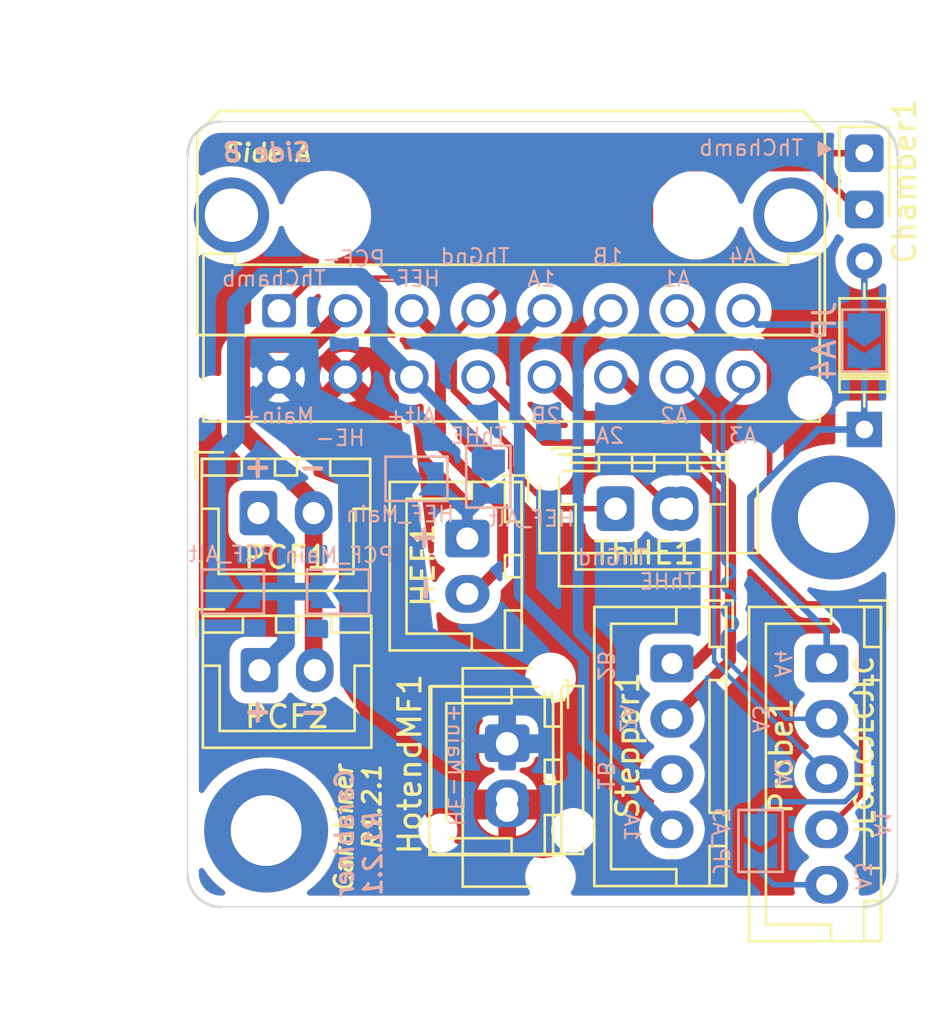
<source format=kicad_pcb>
(kicad_pcb (version 20211014) (generator pcbnew)
  (layers (0 "F.Cu" signal) (31 "B.Cu" signal) (34 "B.Paste" user) (35 "F.Paste" user) (36 "B.SilkS" user "B.Silkscreen") (37 "F.SilkS" user "F.Silkscreen") (38 "B.Mask" user) (39 "F.Mask" user) (44 "Edge.Cuts" user))
  (net 0 "")
  (net 1 "PcFanGnd")
  (net 2 "HotendFanGnd")
  (net 3 "Dio_A4")
  (net 4 "A4")
  (net 5 "Stepper1A")
  (net 6 "Stepper1B")
  (net 7 "Stepper2A")
  (net 8 "Stepper2B")
  (net 9 "HotendNeg")
  (net 10 "A1")
  (net 11 "A2+")
  (net 12 "A2-")
  (net 13 "HotendFanSwitch")
  (net 14 "PcFanSwitch")
  (net 15 "AltVolt")
  (net 16 "ThCommonGnd")
  (net 17 "ThChamber")
  (net 18 "HotendVoltage")
  (net 19 "ThHotend")
  (net 20 "Net-(JP_Aux3-Pad2)")
  (footprint "Diode_THT:D_DO-35_SOD27_P7.62mm_Horizontal" (layer "F.Cu") (at 81.1 47.92 90)
    (fp_text reference "D1" hide)
    (fp_text value "B350")
    (pad "1" thru_hole rect locked (at 0 0 90) (size 1.6 1.6) (drill 0.8) (layers *.Cu *.Mask) (net 3 "Dio_A4"))
    (pad "2" thru_hole oval locked (at 7.62 0 90) (size 1.6 1.6) (drill 0.8) (layers *.Cu *.Mask) (net 4 "A4"))
  )
  (footprint "MountingHole:MountingHole_3.2mm_M3_DIN965_Pad" (layer "F.Cu") (at 54.05 66.05)
    (fp_text reference "H1" hide)
    (fp_text value "MountingHole")
    (pad "1" thru_hole circle locked (at 0 0) (size 5.6 5.6) (drill 3.2) (layers *.Cu *.Mask))
  )
  (footprint "MountingHole:MountingHole_3.2mm_M3_DIN965_Pad" (layer "F.Cu") (at 79.7 51.9)
    (fp_text reference "H2" hide)
    (fp_text value "MountingHole")
    (pad "1" thru_hole circle locked (at 0 0) (size 5.6 5.6) (drill 3.2) (layers *.Cu *.Mask))
  )
  (footprint "Connector_Molex:Molex_Micro-Fit_3.0_43650-0215_1x02_P3.00mm_Vertical" (layer "F.Cu") (at 64.95 62.15 -90)
    (fp_text reference "HotendMF1" (at 0.9 4.4 90) (layer "F.SilkS"))
    (fp_text value "Hotend MF 43650-0215")
    (pad "" np_thru_hole circle locked (at -3 -1.96 270) (size 1.27 1.27) (drill 1.27) (layers *.Cu *.Mask))
    (pad "" np_thru_hole circle locked (at 6 -1.96 270) (size 1.27 1.27) (drill 1.27) (layers *.Cu *.Mask))
    (pad "1" thru_hole roundrect locked (at 0 0 270) (size 1.5 2.02) (drill 1.02) (layers *.Cu *.Mask) (roundrect_rratio 0.1666673333) (net 18 "HotendVoltage"))
    (pad "2" thru_hole oval locked (at 3 0 270) (size 1.5 2.02) (drill 1.02) (layers *.Cu *.Mask) (net 9 "HotendNeg"))
  )
  (footprint "Connector_JST:JST_XH_B2B-XH-A_1x02_P2.50mm_Vertical" (layer "F.Cu") (at 63.15 52.85 -90)
    (fp_text reference "HEF1" (at 1.2 2 90) (layer "F.SilkS"))
    (fp_text value "HotendFan")
    (pad "1" thru_hole roundrect locked (at 0 0 270) (size 1.7 2) (drill 1) (layers *.Cu *.Mask) (roundrect_rratio 0.1470588235) (net 13 "HotendFanSwitch"))
    (pad "2" thru_hole oval locked (at 2.5 0 270) (size 1.7 2) (drill 1) (layers *.Cu *.Mask) (net 2 "HotendFanGnd"))
  )
  (footprint "Connector_Molex:Molex_Micro-Fit_3.0_43045-1600_2x08_P3.00mm_Horizontal" (layer "F.Cu") (at 54.63 42.55)
    (fp_text reference "J7" hide)
    (fp_text value "MF-Horizontal 43045-1600")
    (pad "" np_thru_hole circle locked (at 2.16 -4.32) (size 3 3) (drill 3) (layers *.Cu *.Mask))
    (pad "" np_thru_hole circle locked (at 18.86 -4.32) (size 3 3) (drill 3) (layers *.Cu *.Mask))
    (pad "1" thru_hole roundrect locked (at 0 0) (size 1.5 1.5) (drill 1.02) (layers *.Cu *.Mask) (roundrect_rratio 0.1666673333) (net 17 "ThChamber"))
    (pad "2" thru_hole circle locked (at 3 0) (size 1.5 1.5) (drill 1.02) (layers *.Cu *.Mask) (net 1 "PcFanGnd"))
    (pad "3" thru_hole circle locked (at 6 0) (size 1.5 1.5) (drill 1.02) (layers *.Cu *.Mask) (net 2 "HotendFanGnd"))
    (pad "4" thru_hole circle locked (at 9 0) (size 1.5 1.5) (drill 1.02) (layers *.Cu *.Mask) (net 16 "ThCommonGnd"))
    (pad "5" thru_hole circle locked (at 12 0) (size 1.5 1.5) (drill 1.02) (layers *.Cu *.Mask) (net 5 "Stepper1A"))
    (pad "6" thru_hole circle locked (at 15 0) (size 1.5 1.5) (drill 1.02) (layers *.Cu *.Mask) (net 6 "Stepper1B"))
    (pad "7" thru_hole circle locked (at 18 0) (size 1.5 1.5) (drill 1.02) (layers *.Cu *.Mask) (net 10 "A1"))
    (pad "8" thru_hole circle locked (at 21 0) (size 1.5 1.5) (drill 1.02) (layers *.Cu *.Mask) (net 4 "A4"))
    (pad "9" thru_hole circle locked (at 0 3) (size 1.5 1.5) (drill 1.02) (layers *.Cu *.Mask) (net 18 "HotendVoltage"))
    (pad "10" thru_hole circle locked (at 3 3) (size 1.5 1.5) (drill 1.02) (layers *.Cu *.Mask) (net 9 "HotendNeg"))
    (pad "11" thru_hole circle locked (at 6 3) (size 1.5 1.5) (drill 1.02) (layers *.Cu *.Mask) (net 15 "AltVolt"))
    (pad "12" thru_hole circle locked (at 9 3) (size 1.5 1.5) (drill 1.02) (layers *.Cu *.Mask) (net 19 "ThHotend"))
    (pad "13" thru_hole circle locked (at 12 3) (size 1.5 1.5) (drill 1.02) (layers *.Cu *.Mask) (net 8 "Stepper2B"))
    (pad "14" thru_hole circle locked (at 15 3) (size 1.5 1.5) (drill 1.02) (layers *.Cu *.Mask) (net 7 "Stepper2A"))
    (pad "15" thru_hole circle locked (at 18 3) (size 1.5 1.5) (drill 1.02) (layers *.Cu *.Mask) (net 12 "A2-"))
    (pad "16" thru_hole circle locked (at 21 3) (size 1.5 1.5) (drill 1.02) (layers *.Cu *.Mask) (net 11 "A2+"))
  )
  (footprint "Connector_JST:JST_XH_B2B-XH-A_1x02_P2.50mm_Vertical" (layer "F.Cu") (at 53.7 51.7)
    (fp_text reference "PCF1" (at 1.25 2) (layer "F.SilkS"))
    (fp_text value "PcFan1")
    (pad "1" thru_hole roundrect locked (at 0 0) (size 1.7 2) (drill 1) (layers *.Cu *.Mask) (roundrect_rratio 0.1470588235) (net 14 "PcFanSwitch"))
    (pad "2" thru_hole oval locked (at 2.5 0) (size 1.7 2) (drill 1) (layers *.Cu *.Mask) (net 1 "PcFanGnd"))
  )
  (footprint "Connector_JST:JST_XH_B2B-XH-A_1x02_P2.50mm_Vertical" (layer "F.Cu") (at 53.75 58.8)
    (fp_text reference "PCF2" (at 1.25 2.1) (layer "F.SilkS"))
    (fp_text value "PcFan2")
    (pad "1" thru_hole roundrect locked (at 0 0) (size 1.7 2) (drill 1) (layers *.Cu *.Mask) (roundrect_rratio 0.1470588235) (net 14 "PcFanSwitch"))
    (pad "2" thru_hole oval locked (at 2.5 0) (size 1.7 2) (drill 1) (layers *.Cu *.Mask) (net 1 "PcFanGnd"))
  )
  (footprint "Connector_JST:JST_XH_B5B-XH-A_1x05_P2.50mm_Vertical" (layer "F.Cu") (at 79.4 58.5 -90)
    (fp_text reference "Probe1" (at 4.18 2.06 -90) (layer "F.SilkS"))
    (fp_text value "Probe")
    (pad "1" thru_hole roundrect locked (at 0 0 270) (size 1.7 1.95) (drill 0.95) (layers *.Cu *.Mask) (roundrect_rratio 0.1470588235) (net 3 "Dio_A4"))
    (pad "2" thru_hole oval locked (at 2.5 0 270) (size 1.7 1.95) (drill 0.95) (layers *.Cu *.Mask) (net 11 "A2+"))
    (pad "3" thru_hole oval locked (at 5 0 270) (size 1.7 1.95) (drill 0.95) (layers *.Cu *.Mask) (net 12 "A2-"))
    (pad "4" thru_hole oval locked (at 7.5 0 270) (size 1.7 1.95) (drill 0.95) (layers *.Cu *.Mask) (net 10 "A1"))
    (pad "5" thru_hole oval locked (at 10 0 270) (size 1.7 1.95) (drill 0.95) (layers *.Cu *.Mask) (net 20 "Net-(JP_Aux3-Pad2)"))
  )
  (footprint "Connector_JST:JST_XH_B4B-XH-A_1x04_P2.50mm_Vertical" (layer "F.Cu") (at 72.4 58.5 -90)
    (fp_text reference "Stepper1" (at 3.7 2 90) (layer "F.SilkS"))
    (fp_text value "E-Stepper")
    (pad "1" thru_hole roundrect locked (at 0 0 270) (size 1.7 1.95) (drill 0.95) (layers *.Cu *.Mask) (roundrect_rratio 0.1470588235) (net 8 "Stepper2B"))
    (pad "2" thru_hole oval locked (at 2.5 0 270) (size 1.7 1.95) (drill 0.95) (layers *.Cu *.Mask) (net 7 "Stepper2A"))
    (pad "3" thru_hole oval locked (at 5 0 270) (size 1.7 1.95) (drill 0.95) (layers *.Cu *.Mask) (net 6 "Stepper1B"))
    (pad "4" thru_hole oval locked (at 7.5 0 270) (size 1.7 1.95) (drill 0.95) (layers *.Cu *.Mask) (net 5 "Stepper1A"))
  )
  (footprint "Connector_JST:JST_XH_B2B-XH-A_1x02_P2.50mm_Vertical" (layer "F.Cu") (at 69.85 51.5)
    (fp_text reference "ThHE1" (at 1.3 2) (layer "F.SilkS"))
    (fp_text value "Thermistor")
    (pad "1" thru_hole roundrect locked (at 0 0) (size 1.7 2) (drill 1) (layers *.Cu *.Mask) (roundrect_rratio 0.1470588235) (net 16 "ThCommonGnd"))
    (pad "2" thru_hole oval locked (at 2.5 0) (size 1.7 2) (drill 1) (layers *.Cu *.Mask) (net 19 "ThHotend"))
  )
  (footprint "carabiner-footprints:0603_to_1206_THT" (layer "F.Cu") (at 81.1 36.7 -90)
    (fp_text reference "Chamber1" (at 0 -1.82 -90) (layer "F.SilkS"))
    (fp_text value "Thermistor")
    (pad "1" thru_hole roundrect locked (at -1.27 0 270) (size 1.7 1.75) (drill 0.8) (layers *.Cu *.Mask) (roundrect_rratio 0.175) (net 17 "ThChamber"))
    (pad "2" thru_hole roundrect locked (at 1.27 0 270) (size 1.7 1.75) (drill 0.8) (layers *.Cu *.Mask) (roundrect_rratio 0.175) (net 16 "ThCommonGnd"))
  )
  (footprint "Connector_JST:JST_XH_B2B-XH-A_1x02_P2.50mm_Vertical" (layer "F.Cu") (at 64.95 62.1 -90)
    (fp_text reference "HotendXH1")
    (fp_text value "HotendXHTool")
    (pad "1" thru_hole roundrect locked (at 0 0 270) (size 1.7 2) (drill 1) (layers *.Cu *.Mask) (roundrect_rratio 0.1470588235) (net 18 "HotendVoltage"))
    (pad "2" thru_hole oval locked (at 2.5 0 270) (size 1.7 2) (drill 1) (layers *.Cu *.Mask) (net 9 "HotendNeg"))
  )
  (footprint "Connector_Molex:Molex_Micro-Fit_3.0_43045-1612_2x08_P3.00mm_Vertical" (layer "F.Cu") (at 54.65 42.55)
    (fp_text reference "J1" hide)
    (fp_text value "MF-Vertical  43045-1612")
    (pad "" np_thru_hole circle locked (at 24 3.94) (size 1 1) (drill 1) (layers *.Cu *.Mask))
    (pad "" np_thru_hole circle locked (at -3 3.94) (size 1 1) (drill 1) (layers *.Cu *.Mask))
    (pad "1" thru_hole roundrect locked (at 0 0) (size 1.5 1.5) (drill 1) (layers *.Cu *.Mask) (roundrect_rratio 0.1666673333) (net 17 "ThChamber"))
    (pad "2" thru_hole circle locked (at 3 0) (size 1.5 1.5) (drill 1) (layers *.Cu *.Mask) (net 1 "PcFanGnd"))
    (pad "3" thru_hole circle locked (at 6 0) (size 1.5 1.5) (drill 1) (layers *.Cu *.Mask) (net 2 "HotendFanGnd"))
    (pad "4" thru_hole circle locked (at 9 0) (size 1.5 1.5) (drill 1) (layers *.Cu *.Mask) (net 16 "ThCommonGnd"))
    (pad "5" thru_hole circle locked (at 12 0) (size 1.5 1.5) (drill 1) (layers *.Cu *.Mask) (net 5 "Stepper1A"))
    (pad "6" thru_hole circle locked (at 15 0) (size 1.5 1.5) (drill 1) (layers *.Cu *.Mask) (net 6 "Stepper1B"))
    (pad "7" thru_hole circle locked (at 18 0) (size 1.5 1.5) (drill 1) (layers *.Cu *.Mask) (net 10 "A1"))
    (pad "8" thru_hole circle locked (at 21 0) (size 1.5 1.5) (drill 1) (layers *.Cu *.Mask) (net 4 "A4"))
    (pad "9" thru_hole circle locked (at 0 3) (size 1.5 1.5) (drill 1) (layers *.Cu *.Mask) (net 18 "HotendVoltage"))
    (pad "10" thru_hole circle locked (at 3 3) (size 1.5 1.5) (drill 1) (layers *.Cu *.Mask) (net 9 "HotendNeg"))
    (pad "11" thru_hole circle locked (at 6 3) (size 1.5 1.5) (drill 1) (layers *.Cu *.Mask) (net 15 "AltVolt"))
    (pad "12" thru_hole circle locked (at 9 3) (size 1.5 1.5) (drill 1) (layers *.Cu *.Mask) (net 19 "ThHotend"))
    (pad "13" thru_hole circle locked (at 12 3) (size 1.5 1.5) (drill 1) (layers *.Cu *.Mask) (net 8 "Stepper2B"))
    (pad "14" thru_hole circle locked (at 15 3) (size 1.5 1.5) (drill 1) (layers *.Cu *.Mask) (net 7 "Stepper2A"))
    (pad "15" thru_hole circle locked (at 18 3) (size 1.5 1.5) (drill 1) (layers *.Cu *.Mask) (net 12 "A2-"))
    (pad "16" thru_hole circle locked (at 21 3) (size 1.5 1.5) (drill 1) (layers *.Cu *.Mask) (net 11 "A2+"))
  )
  (footprint "Connector_Molex:Molex_Micro-Fit_3.0_43650-0215_1x02_P3.00mm_Vertical" (layer "F.Cu") (at 69.85 51.5)
    (fp_text reference "ThHe_MF1" hide)
    (fp_text value "Thermistor MF 43650-0215")
    (pad "" np_thru_hole circle locked (at -3 -1.96) (size 1.27 1.27) (drill 1.27) (layers *.Cu *.Mask))
    (pad "" np_thru_hole circle locked (at 6 -1.96) (size 1.27 1.27) (drill 1.27) (layers *.Cu *.Mask))
    (pad "1" thru_hole roundrect locked (at 0 0) (size 1.5 2.02) (drill 1.02) (layers *.Cu *.Mask) (roundrect_rratio 0.1666673333) (net 16 "ThCommonGnd"))
    (pad "2" thru_hole oval locked (at 3 0) (size 1.5 2.02) (drill 1.02) (layers *.Cu *.Mask) (net 19 "ThHotend"))
  )
  (footprint "Connector_Molex:Molex_Micro-Fit_3.0_43045-1621_2x08-1MP_P3.00mm_Horizontal" (layer "F.Cu") (at 54.63 42.55)
    (fp_text reference "J2" hide)
    (fp_text value "MF-Horizontal 43045-1621")
    (pad "1" thru_hole roundrect locked (at 0 0) (size 1.5 1.5) (drill 1.02) (layers *.Cu *.Mask) (roundrect_rratio 0.1666673333) (net 17 "ThChamber"))
    (pad "2" thru_hole circle locked (at 3 0) (size 1.5 1.5) (drill 1.02) (layers *.Cu *.Mask) (net 1 "PcFanGnd"))
    (pad "3" thru_hole circle locked (at 6 0) (size 1.5 1.5) (drill 1.02) (layers *.Cu *.Mask) (net 2 "HotendFanGnd"))
    (pad "4" thru_hole circle locked (at 9 0) (size 1.5 1.5) (drill 1.02) (layers *.Cu *.Mask) (net 16 "ThCommonGnd"))
    (pad "5" thru_hole circle locked (at 12 0) (size 1.5 1.5) (drill 1.02) (layers *.Cu *.Mask) (net 5 "Stepper1A"))
    (pad "6" thru_hole circle locked (at 15 0) (size 1.5 1.5) (drill 1.02) (layers *.Cu *.Mask) (net 6 "Stepper1B"))
    (pad "7" thru_hole circle locked (at 18 0) (size 1.5 1.5) (drill 1.02) (layers *.Cu *.Mask) (net 10 "A1"))
    (pad "8" thru_hole circle locked (at 21 0) (size 1.5 1.5) (drill 1.02) (layers *.Cu *.Mask) (net 4 "A4"))
    (pad "9" thru_hole circle locked (at 0 3) (size 1.5 1.5) (drill 1.02) (layers *.Cu *.Mask) (net 18 "HotendVoltage"))
    (pad "10" thru_hole circle locked (at 3 3) (size 1.5 1.5) (drill 1.02) (layers *.Cu *.Mask) (net 9 "HotendNeg"))
    (pad "11" thru_hole circle locked (at 6 3) (size 1.5 1.5) (drill 1.02) (layers *.Cu *.Mask) (net 15 "AltVolt"))
    (pad "12" thru_hole circle locked (at 9 3) (size 1.5 1.5) (drill 1.02) (layers *.Cu *.Mask) (net 19 "ThHotend"))
    (pad "13" thru_hole circle locked (at 12 3) (size 1.5 1.5) (drill 1.02) (layers *.Cu *.Mask) (net 8 "Stepper2B"))
    (pad "14" thru_hole circle locked (at 15 3) (size 1.5 1.5) (drill 1.02) (layers *.Cu *.Mask) (net 7 "Stepper2A"))
    (pad "15" thru_hole circle locked (at 18 3) (size 1.5 1.5) (drill 1.02) (layers *.Cu *.Mask) (net 12 "A2-"))
    (pad "16" thru_hole circle locked (at 21 3) (size 1.5 1.5) (drill 1.02) (layers *.Cu *.Mask) (net 11 "A2+"))
    (pad "MP" thru_hole circle locked (at 23.15 -4.32) (size 3.41 3.41) (drill 2.41) (layers *.Cu *.Mask))
    (pad "MP" thru_hole circle locked (at -2.15 -4.32) (size 3.41 3.41) (drill 2.41) (layers *.Cu *.Mask))
  )
  (footprint "Connector_Molex:Molex_Micro-Fit_3.0_43045-0212_2x01_P3.00mm_Vertical" (layer "F.Cu") (at 64.95 62.1)
    (fp_text reference "HotendMF2" hide)
    (fp_text value " Hotend MF 43045-0212")
    (pad "" np_thru_hole circle locked (at -3 3.94) (size 1 1) (drill 1) (layers *.Cu *.Mask))
    (pad "" np_thru_hole circle locked (at 3 3.94) (size 1 1) (drill 1) (layers *.Cu *.Mask))
    (pad "1" thru_hole roundrect locked (at 0 0) (size 1.5 1.5) (drill 1) (layers *.Cu *.Mask) (roundrect_rratio 0.1666673333) (net 18 "HotendVoltage"))
    (pad "2" thru_hole circle locked (at 0 3) (size 1.5 1.5) (drill 1) (layers *.Cu *.Mask) (net 9 "HotendNeg"))
  )
  (footprint "Annex:AnnexLogo" (layer "F.Cu") (at 65.4 37.3)
    (fp_text reference "LOGO1" hide)
    (fp_text value "Logo_Open_Hardware_Small" hide)
  )
  (footprint "Annex:AnnexLogoBack" (layer "F.Cu") (at 66.7 37.3)
    (fp_text reference "LOGO2" hide)
    (fp_text value "Logo_Open_Hardware_Small" hide)
  )
  (footprint "Jumper:SolderJumper-2_P1.3mm_Open_TrianglePad1.0x1.5mm" (layer "B.Cu") (at 81.1 43.9 -90)
    (fp_text reference "JPA4" (at 0 1.8 -90) (layer "B.SilkS") (effects (justify mirror)))
    (fp_text value "SolderJumper_2_Open")
    (pad "1" smd custom locked (at -0.725 0 270) (size 0.3 0.3) (layers "B.Cu" "B.Mask") (net 4 "A4") (options (clearance outline) (anchor rect)) (primitives (gr_poly (pts (xy 1 0) (xy 0.5 0.75) (xy -0.5 0.75) (xy -0.5 -0.75) (xy 0.5 -0.75)) (width 0) (fill yes))))
    (pad "2" smd custom locked (at 0.725 0 270) (size 0.3 0.3) (layers "B.Cu" "B.Mask") (net 3 "Dio_A4") (options (clearance outline) (anchor rect)) (primitives (gr_poly (pts (xy 0.5 0.75) (xy -0.65 0.75) (xy -0.15 0) (xy -0.65 -0.75) (xy 0.5 -0.75)) (width 0) (fill yes))))
  )
  (footprint "Jumper:SolderJumper-2_P1.3mm_Open_TrianglePad1.0x1.5mm" (layer "B.Cu") (at 64.1 50.05 -90)
    (fp_text reference "HEF_Alt" (at 1.9 -1.95 180) (layer "B.SilkS") (effects (font (size 0.7 0.7) (thickness 0.1)) (justify mirror)))
    (fp_text value "SolderJumper_2_Open")
    (pad "1" smd custom locked (at -0.725 0 270) (size 0.3 0.3) (layers "B.Cu" "B.Mask") (net 15 "AltVolt") (options (clearance outline) (anchor rect)) (primitives (gr_poly (pts (xy 1 0) (xy 0.5 0.75) (xy -0.5 0.75) (xy -0.5 -0.75) (xy 0.5 -0.75)) (width 0) (fill yes))))
    (pad "2" smd custom locked (at 0.725 0 270) (size 0.3 0.3) (layers "B.Cu" "B.Mask") (net 13 "HotendFanSwitch") (options (clearance outline) (anchor rect)) (primitives (gr_poly (pts (xy 0.5 0.75) (xy -0.65 0.75) (xy -0.15 0) (xy -0.65 -0.75) (xy 0.5 -0.75)) (width 0) (fill yes))))
  )
  (footprint "Jumper:SolderJumper-2_P1.3mm_Open_TrianglePad1.0x1.5mm" (layer "B.Cu") (at 60.85 50.15)
    (fp_text reference "HEF_Main" (at -0.75 1.6) (layer "B.SilkS") (effects (font (size 0.7 0.7) (thickness 0.1)) (justify mirror)))
    (fp_text value "SolderJumper_2_Open")
    (pad "1" smd custom locked (at -0.725 0) (size 0.3 0.3) (layers "B.Cu" "B.Mask") (net 18 "HotendVoltage") (options (clearance outline) (anchor rect)) (primitives (gr_poly (pts (xy 1 0) (xy 0.5 0.75) (xy -0.5 0.75) (xy -0.5 -0.75) (xy 0.5 -0.75)) (width 0) (fill yes))))
    (pad "2" smd custom locked (at 0.725 0) (size 0.3 0.3) (layers "B.Cu" "B.Mask") (net 13 "HotendFanSwitch") (options (clearance outline) (anchor rect)) (primitives (gr_poly (pts (xy 0.5 0.75) (xy -0.65 0.75) (xy -0.15 0) (xy -0.65 -0.75) (xy 0.5 -0.75)) (width 0) (fill yes))))
  )
  (footprint "Jumper:SolderJumper-2_P1.3mm_Open_TrianglePad1.0x1.5mm" (layer "B.Cu") (at 52.55 55.25)
    (fp_text reference "PCF_Alt" (at -0.05 -1.7) (layer "B.SilkS") (effects (font (size 0.7 0.7) (thickness 0.1)) (justify mirror)))
    (fp_text value "SolderJumper_2_Open")
    (pad "1" smd custom locked (at -0.725 0) (size 0.3 0.3) (layers "B.Cu" "B.Mask") (net 15 "AltVolt") (options (clearance outline) (anchor rect)) (primitives (gr_poly (pts (xy 1 0) (xy 0.5 0.75) (xy -0.5 0.75) (xy -0.5 -0.75) (xy 0.5 -0.75)) (width 0) (fill yes))))
    (pad "2" smd custom locked (at 0.725 0) (size 0.3 0.3) (layers "B.Cu" "B.Mask") (net 14 "PcFanSwitch") (options (clearance outline) (anchor rect)) (primitives (gr_poly (pts (xy 0.5 0.75) (xy -0.65 0.75) (xy -0.15 0) (xy -0.65 -0.75) (xy 0.5 -0.75)) (width 0) (fill yes))))
  )
  (footprint "Jumper:SolderJumper-2_P1.3mm_Open_TrianglePad1.0x1.5mm" (layer "B.Cu") (at 57.3 55.25 180)
    (fp_text reference "PCF_Main" (at -0.05 1.65) (layer "B.SilkS") (effects (font (size 0.7 0.7) (thickness 0.1)) (justify mirror)))
    (fp_text value "SolderJumper_2_Open")
    (pad "1" smd custom locked (at -0.725 0 180) (size 0.3 0.3) (layers "B.Cu" "B.Mask") (net 18 "HotendVoltage") (options (clearance outline) (anchor rect)) (primitives (gr_poly (pts (xy 1 0) (xy 0.5 0.75) (xy -0.5 0.75) (xy -0.5 -0.75) (xy 0.5 -0.75)) (width 0) (fill yes))))
    (pad "2" smd custom locked (at 0.725 0 180) (size 0.3 0.3) (layers "B.Cu" "B.Mask") (net 14 "PcFanSwitch") (options (clearance outline) (anchor rect)) (primitives (gr_poly (pts (xy 0.5 0.75) (xy -0.65 0.75) (xy -0.15 0) (xy -0.65 -0.75) (xy 0.5 -0.75)) (width 0) (fill yes))))
  )
  (footprint "Jumper:SolderJumper-2_P1.3mm_Open_TrianglePad1.0x1.5mm" (layer "B.Cu") (at 76.41 66.52 -90)
    (fp_text reference "JP_A3" (at 0 1.8 -90 unlocked) (layer "B.SilkS") (effects (font (size 0.7 0.7) (thickness 0.1)) (justify mirror)))
    (fp_text value "SolderJumper_2_Open")
    (pad "1" smd custom locked (at -0.725 0 270) (size 0.3 0.3) (layers "B.Cu" "B.Mask") (net 11 "A2+") (options (clearance outline) (anchor rect)) (primitives (gr_poly (pts (xy 1 0) (xy 0.5 0.75) (xy -0.5 0.75) (xy -0.5 -0.75) (xy 0.5 -0.75)) (width 0) (fill yes))))
    (pad "2" smd custom locked (at 0.725 0 270) (size 0.3 0.3) (layers "B.Cu" "B.Mask") (net 20 "Net-(JP_Aux3-Pad2)") (options (clearance outline) (anchor rect)) (primitives (gr_poly (pts (xy 0.5 0.75) (xy -0.65 0.75) (xy -0.15 0) (xy -0.65 -0.75) (xy 0.5 -0.75)) (width 0) (fill yes))))
  )
  (gr_line (start 50.5 68) (end 50.5 59.6) (layer "Edge.Cuts") (width 0.05))
  (gr_line (start 50.5 35.5) (end 50.5 59.6) (layer "Edge.Cuts") (width 0.05))
  (gr_arc (start 81.1 34) (mid 82.16066 34.43934) (end 82.6 35.5) (layer "Edge.Cuts") (width 0.12))
  (gr_arc (start 52 69.5) (mid 50.93934 69.06066) (end 50.5 68) (layer "Edge.Cuts") (width 0.12))
  (gr_arc (start 82.6 68) (mid 82.16066 69.06066) (end 81.1 69.5) (layer "Edge.Cuts") (width 0.12))
  (gr_arc (start 50.5 35.5) (mid 50.93934 34.43934) (end 52 34) (layer "Edge.Cuts") (width 0.12))
  (gr_line (start 79.8 34) (end 52 34) (layer "Edge.Cuts") (width 0.05))
  (gr_line (start 82.6 35.5) (end 82.6 68) (layer "Edge.Cuts") (width 0.05))
  (gr_line (start 59.5 69.5) (end 52 69.5) (layer "Edge.Cuts") (width 0.05))
  (gr_line (start 59.5 69.5) (end 81.1 69.5) (layer "Edge.Cuts") (width 0.05))
  (gr_line (start 79.8 34) (end 81.1 34) (layer "Edge.Cuts") (width 0.05))
  (gr_text "-" (at 56.15 49.75 180) (layer "B.SilkS") (effects (font (size 1 1) (thickness 0.2)) (justify mirror)))
  (gr_text "+" (at 53.6 49.65 90) (layer "B.SilkS") (effects (font (size 1 1) (thickness 0.2)) (justify mirror)))
  (gr_text "A2" (at 77.4 63.4 270) (layer "B.SilkS") (effects (font (size 0.7 0.7) (thickness 0.1)) (justify mirror)))
  (gr_text "HE-\n" (at 62.6 64.75 270) (layer "B.SilkS") (effects (font (size 0.7 0.7) (thickness 0.1)) (justify mirror)))
  (gr_text "ThHE" (at 72.2 54.8) (layer "B.SilkS") (effects (font (size 0.7 0.7) (thickness 0.1)) (justify mirror)))
  (gr_text "ThHE" (at 63.65 48.2) (layer "B.SilkS") (effects (font (size 0.7 0.7) (thickness 0.1)) (justify mirror)))
  (gr_text "2B" (at 69.4 58.6 270) (layer "B.SilkS") (effects (font (size 0.7 0.7) (thickness 0.1)) (justify mirror)))
  (gr_text "◀ ThChamb\n\n" (at 79.8 35.75) (layer "B.SilkS") (effects (font (size 0.7 0.7) (thickness 0.1)) (justify left mirror)))
  (gr_text "Carabiner\nR1.2.1" (at 58.24 69.09 90) (layer "B.SilkS") (effects (font (size 0.8 0.8) (thickness 0.15) italic) (justify right mirror)))
  (gr_text "A1" (at 81.9 65.7 270) (layer "B.SilkS") (effects (font (size 0.7 0.7) (thickness 0.1)) (justify mirror)))
  (gr_text "HEF-" (at 60.5 41.1) (layer "B.SilkS") (effects (font (size 0.7 0.7) (thickness 0.1)) (justify mirror)))
  (gr_text "A3" (at 75.6 48.2) (layer "B.SilkS") (effects (font (size 0.7 0.7) (thickness 0.1)) (justify mirror)))
  (gr_text "A3" (at 76.4 61 270) (layer "B.SilkS") (effects (font (size 0.7 0.7) (thickness 0.1)) (justify mirror)))
  (gr_text "A1" (at 72.6 41.1) (layer "B.SilkS") (effects (font (size 0.7 0.7) (thickness 0.1)) (justify mirror)))
  (gr_text "2A" (at 69.6 48.2) (layer "B.SilkS") (effects (font (size 0.7 0.7) (thickness 0.1)) (justify mirror)))
  (gr_text "+" (at 53.6 60.7 90) (layer "B.SilkS") (effects (font (size 1 1) (thickness 0.2)) (justify mirror)))
  (gr_text "Alt+" (at 60.6 47.3) (layer "B.SilkS") (effects (font (size 0.7 0.7) (thickness 0.1)) (justify mirror)))
  (gr_text "Main+" (at 62.6 61.95 270) (layer "B.SilkS") (effects (font (size 0.7 0.7) (thickness 0.1)) (justify mirror)))
  (gr_text "2A" (at 70.4 61 270) (layer "B.SilkS") (effects (font (size 0.7 0.7) (thickness 0.1)) (justify mirror)))
  (gr_text "ThGnd" (at 63.5 40.1) (layer "B.SilkS") (effects (font (size 0.7 0.7) (thickness 0.1)) (justify mirror)))
  (gr_text "Side B" (at 54.119007 35.380287) (layer "B.SilkS") (effects (font (size 0.8 0.8) (thickness 0.15) italic) (justify mirror)))
  (gr_text "ThGnd" (at 69.7 53.7) (layer "B.SilkS") (effects (font (size 0.7 0.7) (thickness 0.1)) (justify mirror)))
  (gr_text "A2" (at 72.5 47.3) (layer "B.SilkS") (effects (font (size 0.7 0.7) (thickness 0.1)) (justify mirror)))
  (gr_text "1A" (at 66.5 41.1) (layer "B.SilkS") (effects (font (size 0.7 0.7) (thickness 0.1)) (justify mirror)))
  (gr_text "1A" (at 70.6 65.9 270) (layer "B.SilkS") (effects (font (size 0.7 0.7) (thickness 0.1)) (justify mirror)))
  (gr_text "1B" (at 69.5 40.1) (layer "B.SilkS") (effects (font (size 0.7 0.7) (thickness 0.1)) (justify mirror)))
  (gr_text "HE-\n" (at 57.4 48.3) (layer "B.SilkS") (effects (font (size 0.7 0.7) (thickness 0.1)) (justify mirror)))
  (gr_text "-" (at 61.2 55.1 90) (layer "B.SilkS") (effects (font (size 1 1) (thickness 0.2)) (justify mirror)))
  (gr_text "Main+" (at 54.6 47.3) (layer "B.SilkS") (effects (font (size 0.7 0.7) (thickness 0.1)) (justify mirror)))
  (gr_text "A4" (at 77.4 58.5 270) (layer "B.SilkS") (effects (font (size 0.7 0.7) (thickness 0.1)) (justify mirror)))
  (gr_text "2B" (at 66.7 47.3) (layer "B.SilkS") (effects (font (size 0.7 0.7) (thickness 0.1)) (justify mirror)))
  (gr_text "1B" (at 69.4 63.6 270) (layer "B.SilkS") (effects (font (size 0.7 0.7) (thickness 0.1)) (justify mirror)))
  (gr_text "ThChamb\n" (at 54.4 41.1) (layer "B.SilkS") (effects (font (size 0.7 0.7) (thickness 0.1)) (justify mirror)))
  (gr_text "A4" (at 75.6 40.1) (layer "B.SilkS") (effects (font (size 0.7 0.7) (thickness 0.1)) (justify mirror)))
  (gr_text "PCF-" (at 58 40.2) (layer "B.SilkS") (effects (font (size 0.7 0.7) (thickness 0.1)) (justify mirror)))
  (gr_text "A3" (at 81.02 68.11 270) (layer "B.SilkS") (effects (font (size 0.7 0.7) (thickness 0.1)) (justify mirror)))
  (gr_text "-" (at 56.2 60.8 180) (layer "B.SilkS") (effects (font (size 1 1) (thickness 0.2)) (justify mirror)))
  (gr_text "+" (at 61.2 52.75) (layer "B.SilkS") (effects (font (size 1 1) (thickness 0.2)) (justify mirror)))
  (gr_text "Side A" (at 54.12 35.41) (layer "F.SilkS") (effects (font (size 0.8 0.8) (thickness 0.15) italic)))
  (gr_text "JLCJLCJLCJLC" (at 81.1 62.3 90) (layer "F.SilkS") (effects (font (size 0.8 0.8))))
  (gr_text "Carabiner\nR1.2.1\n" (at 58.2 62.97 90) (layer "F.SilkS") (effects (font (size 0.8 0.8) (thickness 0.15) italic) (justify right)))
  (segment (start 56.13 44.05) (end 53.39 44.05) (width 0.8) (layer "F.Cu") (net 1))
  (segment (start 56.2 58.75) (end 56.25 58.8) (width 0.8) (layer "F.Cu") (net 1))
  (segment (start 56.2 51.7) (end 56.2 58.75) (width 0.8) (layer "F.Cu") (net 1))
  (segment (start 53.39 44.05) (end 52.93 44.51) (width 0.8) (layer "F.Cu") (net 1))
  (segment (start 56.2 51.2) (end 56.2 51.7) (width 0.8) (layer "F.Cu") (net 1))
  (segment (start 52.93 44.51) (end 52.93 47.93) (width 0.8) (layer "F.Cu") (net 1))
  (segment (start 57.63 42.55) (end 56.13 44.05) (width 0.8) (layer "F.Cu") (net 1))
  (segment (start 52.93 47.93) (end 56.2 51.2) (width 0.8) (layer "F.Cu") (net 1))
  (segment (start 60.63 42.55) (end 61.930969 43.850969) (width 0.5) (layer "F.Cu") (net 2))
  (segment (start 61.930969 43.850969) (end 61.930969 48.639903) (width 0.5) (layer "F.Cu") (net 2))
  (segment (start 64.75 51.458934) (end 64.75 54.02) (width 0.5) (layer "F.Cu") (net 2))
  (segment (start 63.42 55.35) (end 63.15 55.35) (width 0.5) (layer "F.Cu") (net 2))
  (segment (start 61.930969 48.639903) (end 64.75 51.458934) (width 0.5) (layer "F.Cu") (net 2))
  (segment (start 64.75 54.02) (end 63.42 55.35) (width 0.5) (layer "F.Cu") (net 2))
  (segment (start 60.63 42.55) (end 61.849511 43.769511) (width 0.5) (layer "F.Cu") (net 2))
  (segment (start 75.95003 53.58579) (end 79.4 57.03576) (width 0.3) (layer "B.Cu") (net 3))
  (segment (start 79.4 57.03576) (end 79.4 58.5) (width 0.3) (layer "B.Cu") (net 3))
  (segment (start 81.1 44.625) (end 81.1 47.92) (width 0.3) (layer "B.Cu") (net 3))
  (segment (start 79.017998 47.92) (end 75.95003 50.987968) (width 0.3) (layer "B.Cu") (net 3))
  (segment (start 81.1 47.92) (end 79.017998 47.92) (width 0.3) (layer "B.Cu") (net 3))
  (segment (start 75.95003 50.987968) (end 75.95003 53.58579) (width 0.3) (layer "B.Cu") (net 3))
  (segment (start 81.1 43.175) (end 81.1 40.3) (width 0.3) (layer "B.Cu") (net 4))
  (segment (start 76.275 43.175) (end 75.65 42.55) (width 0.3) (layer "B.Cu") (net 4))
  (segment (start 81.1 43.175) (end 76.275 43.175) (width 0.3) (layer "B.Cu") (net 4))
  (segment (start 72.4 66) (end 72.275 66) (width 0.8) (layer "F.Cu") (net 5))
  (segment (start 65.5 47.61) (end 65.3 47.41) (width 0.5) (layer "B.Cu") (net 5))
  (segment (start 72.4 66) (end 68.4 62) (width 0.5) (layer "B.Cu") (net 5))
  (segment (start 68.4 62) (end 68.4 58.3) (width 0.5) (layer "B.Cu") (net 5))
  (segment (start 65.3 43.9) (end 66.65 42.55) (width 0.5) (layer "B.Cu") (net 5))
  (segment (start 65.5 55.4) (end 65.5 47.61) (width 0.5) (layer "B.Cu") (net 5))
  (segment (start 65.3 47.41) (end 65.3 43.9) (width 0.5) (layer "B.Cu") (net 5))
  (segment (start 68.4 58.3) (end 65.5 55.4) (width 0.5) (layer "B.Cu") (net 5))
  (segment (start 72.4 63.5) (end 72.4 63.175623) (width 0.8) (layer "F.Cu") (net 6))
  (segment (start 68.16 57.07005) (end 69.1 58.010051) (width 0.5) (layer "B.Cu") (net 6))
  (segment (start 70.88995 63.5) (end 72.4 63.5) (width 0.5) (layer "B.Cu") (net 6))
  (segment (start 69.65 42.55) (end 68.16 44.04) (width 0.5) (layer "B.Cu") (net 6))
  (segment (start 68.16 44.04) (end 68.16 57.07005) (width 0.5) (layer "B.Cu") (net 6))
  (segment (start 69.1 61.71005) (end 70.88995 63.5) (width 0.5) (layer "B.Cu") (net 6))
  (segment (start 69.1 58.010051) (end 69.1 61.71005) (width 0.5) (layer "B.Cu") (net 6))
  (segment (start 75.05 58.35) (end 72.4 61) (width 0.5) (layer "F.Cu") (net 7))
  (segment (start 70.07995 45.55) (end 75.05 50.520051) (width 0.5) (layer "F.Cu") (net 7))
  (segment (start 69.63 45.55) (end 70.07995 45.55) (width 0.5) (layer "F.Cu") (net 7))
  (segment (start 75.05 50.520051) (end 75.05 58.35) (width 0.5) (layer "F.Cu") (net 7))
  (segment (start 72.525 61) (end 72.4 61) (width 0.8) (layer "B.Cu") (net 7))
  (segment (start 72.4 61) (end 72.275 61) (width 0.8) (layer "B.Cu") (net 7))
  (segment (start 72.4 60.814966) (end 72.4 61) (width 0.5) (layer "B.Cu") (net 7))
  (segment (start 74.35 50.81) (end 74.35 57.58) (width 0.5) (layer "F.Cu") (net 8))
  (segment (start 73.43 58.5) (end 72.4 58.5) (width 0.5) (layer "F.Cu") (net 8))
  (segment (start 70.87 47.33) (end 74.35 50.81) (width 0.5) (layer "F.Cu") (net 8))
  (segment (start 66.65 45.55) (end 68.43 47.33) (width 0.5) (layer "F.Cu") (net 8))
  (segment (start 74.35 57.58) (end 73.43 58.5) (width 0.5) (layer "F.Cu") (net 8))
  (segment (start 68.43 47.33) (end 70.87 47.33) (width 0.5) (layer "F.Cu") (net 8))
  (segment (start 65.55 64.2) (end 65.4 64.2) (width 0.6) (layer "B.Cu") (net 9))
  (segment (start 76.792901 50.202901) (end 76 50.995802) (width 0.25) (layer "F.Cu") (net 10))
  (segment (start 78.467998 55.8) (end 79.75 55.8) (width 0.25) (layer "F.Cu") (net 10))
  (segment (start 80.97501 64.42499) (end 79.4 66) (width 0.25) (layer "F.Cu") (net 10))
  (segment (start 76 53.332002) (end 78.467998 55.8) (width 0.25) (layer "F.Cu") (net 10))
  (segment (start 76.812901 44.942901) (end 76.1 44.23) (width 0.25) (layer "F.Cu") (net 10))
  (segment (start 76.812901 48.897099) (end 76.812901 44.942901) (width 0.25) (layer "F.Cu") (net 10))
  (segment (start 79.75 55.8) (end 80.97501 57.02501) (width 0.25) (layer "F.Cu") (net 10))
  (segment (start 76.817901 48.902099) (end 76.817901 50.177901) (width 0.25) (layer "F.Cu") (net 10))
  (segment (start 76.817901 50.177901) (end 76.792901 50.202901) (width 0.25) (layer "F.Cu") (net 10))
  (segment (start 74.1 44) (end 73.915 43.815) (width 0.25) (layer "F.Cu") (net 10))
  (segment (start 73.915 43.815) (end 72.65 42.55) (width 0.25) (layer "F.Cu") (net 10))
  (segment (start 76 50.995802) (end 76 53.332002) (width 0.25) (layer "F.Cu") (net 10))
  (segment (start 76.812901 48.897099) (end 76.817901 48.902099) (width 0.25) (layer "F.Cu") (net 10))
  (segment (start 80.97501 57.02501) (end 80.97501 64.42499) (width 0.25) (layer "F.Cu") (net 10))
  (segment (start 74.33 44.23) (end 73.915 43.815) (width 0.25) (layer "F.Cu") (net 10))
  (segment (start 76.1 44.23) (end 74.33 44.23) (width 0.25) (layer "F.Cu") (net 10))
  (segment (start 74.71 54.89) (end 74.71 54.99) (width 0.2) (layer "B.Cu") (net 11))
  (segment (start 75.039593 56.99) (end 75.01 56.99) (width 0.2) (layer "B.Cu") (net 11))
  (segment (start 76.82 64.75) (end 80.23 64.75) (width 0.25) (layer "B.Cu") (net 11))
  (segment (start 80.78 64.2) (end 80.78 62.38) (width 0.25) (layer "B.Cu") (net 11))
  (segment (start 75.63 45.55) (end 75.63 46.27) (width 0.2) (layer "B.Cu") (net 11))
  (segment (start 75.01 56.39) (end 75.039593 56.39) (width 0.2) (layer "B.Cu") (net 11))
  (segment (start 77.536397 61) (end 79.4 61) (width 0.2) (layer "B.Cu") (net 11))
  (segment (start 74.71 47.19) (end 74.71 53.79) (width 0.2) (layer "B.Cu") (net 11))
  (segment (start 75.21 55.49) (end 75.21 55.59) (width 0.2) (layer "B.Cu") (net 11))
  (segment (start 79.4 61) (end 79.4 60.63819) (width 0.25) (layer "B.Cu") (net 11))
  (segment (start 80.23 64.75) (end 80.78 64.2) (width 0.25) (layer "B.Cu") (net 11))
  (segment (start 74.71 57.29) (end 74.71 57.34) (width 0.2) (layer "B.Cu") (net 11))
  (segment (start 75.63 46.27) (end 74.71 47.19) (width 0.2) (layer "B.Cu") (net 11))
  (segment (start 76.41 65.795) (end 76.41 65.16) (width 0.25) (layer "B.Cu") (net 11))
  (segment (start 75.21 54.29) (end 75.21 54.39) (width 0.2) (layer "B.Cu") (net 11))
  (segment (start 80.78 62.38) (end 79.4 61) (width 0.25) (layer "B.Cu") (net 11))
  (segment (start 74.71 58.173603) (end 77.536397 61) (width 0.2) (layer "B.Cu") (net 11))
  (segment (start 74.71 57.34) (end 74.71 58.173603) (width 0.2) (layer "B.Cu") (net 11))
  (segment (start 76.41 65.16) (end 76.82 64.75) (width 0.25) (layer "B.Cu") (net 11))
  (arc (start 74.96 55.24) (mid 75.136777 55.313223) (end 75.21 55.49) (width 0.2) (layer "B.Cu") (net 11))
  (arc (start 74.96 54.64) (mid 74.783223 54.713223) (end 74.71 54.89) (width 0.2) (layer "B.Cu") (net 11))
  (arc (start 74.71 56.09) (mid 74.797868 56.302132) (end 75.01 56.39) (width 0.2) (layer "B.Cu") (net 11))
  (arc (start 75.01 56.99) (mid 74.797868 57.077868) (end 74.71 57.29) (width 0.2) (layer "B.Cu") (net 11))
  (arc (start 74.71 53.79) (mid 74.783223 53.966777) (end 74.96 54.04) (width 0.2) (layer "B.Cu") (net 11))
  (arc (start 74.71 54.99) (mid 74.783223 55.166777) (end 74.96 55.24) (width 0.2) (layer "B.Cu") (net 11))
  (arc (start 74.96 54.04) (mid 75.136777 54.113223) (end 75.21 54.29) (width 0.2) (layer "B.Cu") (net 11))
  (arc (start 75.21 55.59) (mid 75.136777 55.766777) (end 74.96 55.84) (width 0.2) (layer "B.Cu") (net 11))
  (arc (start 75.21 54.39) (mid 75.136777 54.566777) (end 74.96 54.64) (width 0.2) (layer "B.Cu") (net 11))
  (arc (start 75.039593 56.39) (mid 75.251725 56.477868) (end 75.339593 56.69) (width 0.2) (layer "B.Cu") (net 11))
  (arc (start 75.339593 56.69) (mid 75.251725 56.902132) (end 75.039593 56.99) (width 0.2) (layer "B.Cu") (net 11))
  (arc (start 74.96 55.84) (mid 74.783223 55.913223) (end 74.71 56.09) (width 0.2) (layer "B.Cu") (net 11))
  (segment (start 72.63 45.55) (end 74.31 47.23) (width 0.2) (layer "B.Cu") (net 12))
  (segment (start 74.31 47.23) (end 74.31 58.41) (width 0.2) (layer "B.Cu") (net 12))
  (segment (start 74.31 58.41) (end 79.4 63.5) (width 0.2) (layer "B.Cu") (net 12))
  (segment (start 63.15 52.85) (end 63.15 51.725) (width 0.5) (layer "B.Cu") (net 13))
  (segment (start 62.7 52.4) (end 63.15 52.85) (width 0.5) (layer "B.Cu") (net 13))
  (segment (start 62.75 52.7) (end 63.75 52.7) (width 0.6) (layer "B.Cu") (net 13))
  (segment (start 63.15 51.725) (end 61.575 50.15) (width 0.5) (layer "B.Cu") (net 13))
  (segment (start 63.15 51.725) (end 64.1 50.775) (width 0.5) (layer "B.Cu") (net 13))
  (segment (start 54.95 52.95) (end 53.7 51.7) (width 0.8) (layer "B.Cu") (net 14))
  (segment (start 54.95 55.25) (end 54.95 52.95) (width 0.8) (layer "B.Cu") (net 14))
  (segment (start 54.95 55.25) (end 53.5 55.25) (width 0.8) (layer "B.Cu") (net 14))
  (segment (start 56.275 55.25) (end 54.95 55.25) (width 0.8) (layer "B.Cu") (net 14))
  (segment (start 54.95 57.6) (end 53.75 58.8) (width 0.8) (layer "B.Cu") (net 14))
  (segment (start 54.95 55.25) (end 54.95 57.6) (width 0.8) (layer "B.Cu") (net 14))
  (segment (start 63.68 48.905) (end 64.1 49.325) (width 0.5) (layer "B.Cu") (net 15))
  (segment (start 60.65 45.55) (end 59.15 44.05) (width 0.8) (layer "B.Cu") (net 15))
  (segment (start 58.33 41.01) (end 53.88 41.01) (width 0.8) (layer "B.Cu") (net 15))
  (segment (start 63.68 48.6) (end 63.68 48.905) (width 0.5) (layer "B.Cu") (net 15))
  (segment (start 52.68 42.21) (end 52.68 48.27) (width 0.8) (layer "B.Cu") (net 15))
  (segment (start 59.15 41.83) (end 58.33 41.01) (width 0.8) (layer "B.Cu") (net 15))
  (segment (start 51.825 55.25) (end 51.825 49.125) (width 0.8) (layer "B.Cu") (net 15))
  (segment (start 59.15 44.05) (end 59.15 41.83) (width 0.8) (layer "B.Cu") (net 15))
  (segment (start 51.825 49.125) (end 52.68 48.27) (width 0.8) (layer "B.Cu") (net 15))
  (segment (start 60.63 45.55) (end 63.68 48.6) (width 0.5) (layer "B.Cu") (net 15))
  (segment (start 53.88 41.01) (end 52.68 42.21) (width 0.8) (layer "B.Cu") (net 15))
  (segment (start 72.60001 36.10001) (end 78.90001 36.10001) (width 0.3) (layer "F.Cu") (net 16))
  (segment (start 65.07999 41.10001) (end 63.63 42.55) (width 0.3) (layer "F.Cu") (net 16))
  (segment (start 71.4 38.9) (end 71.4 37.30002) (width 0.3) (layer "F.Cu") (net 16))
  (segment (start 69.85 51.5) (end 66.96 51.5) (width 0.25) (layer "F.Cu") (net 16))
  (segment (start 69.85 51.5) (end 69.85 50.992605) (width 0.25) (layer "F.Cu") (net 16))
  (segment (start 66.96 51.5) (end 65.11 49.65) (width 0.25) (layer "F.Cu") (net 16))
  (segment (start 80.9875 38.1875) (end 81.1 38.1875) (width 0.3) (layer "F.Cu") (net 16))
  (segment (start 69.85 51.000721) (end 69.85 51.5) (width 0.3) (layer "F.Cu") (net 16))
  (segment (start 63.63 42.55) (end 62.530489 43.649511) (width 0.3) (layer "F.Cu") (net 16))
  (segment (start 62.530489 43.649511) (end 62.530489 46.130489) (width 0.3) (layer "F.Cu") (net 16))
  (segment (start 67.50001 41.10001) (end 65.07999 41.10001) (width 0.3) (layer "F.Cu") (net 16))
  (segment (start 65.11 48.71) (end 64.24 47.84) (width 0.25) (layer "F.Cu") (net 16))
  (segment (start 71.4 37.30002) (end 72.60001 36.10001) (width 0.3) (layer "F.Cu") (net 16))
  (segment (start 69.19999 41.10001) (end 67.50001 41.10001) (width 0.3) (layer "F.Cu") (net 16))
  (segment (start 78.90001 36.10001) (end 80.9875 38.1875) (width 0.3) (layer "F.Cu") (net 16))
  (segment (start 69.8 51.55) (end 69.85 51.5) (width 0.3) (layer "F.Cu") (net 16))
  (segment (start 62.530489 46.130489) (end 64.24 47.84) (width 0.3) (layer "F.Cu") (net 16))
  (segment (start 65.11 49.65) (end 65.11 48.71) (width 0.25) (layer "F.Cu") (net 16))
  (segment (start 69.19999 41.10001) (end 71.4 38.9) (width 0.3) (layer "F.Cu") (net 16))
  (segment (start 68.993081 40.600491) (end 70.90048 38.693092) (width 0.3) (layer "F.Cu") (net 17))
  (segment (start 70.90048 37.093113) (end 72.563593 35.43) (width 0.3) (layer "F.Cu") (net 17))
  (segment (start 56.1 41.1) (end 64.373572 41.1) (width 0.3) (layer "F.Cu") (net 17))
  (segment (start 72.563593 35.43) (end 81.1 35.43) (width 0.3) (layer "F.Cu") (net 17))
  (segment (start 64.873081 40.600491) (end 68.993081 40.600491) (width 0.3) (layer "F.Cu") (net 17))
  (segment (start 54.65 42.55) (end 56.1 41.1) (width 0.3) (layer "F.Cu") (net 17))
  (segment (start 81.0125 35.6) (end 81.2 35.4125) (width 0.4) (layer "F.Cu") (net 17))
  (segment (start 70.90048 38.693092) (end 70.90048 37.093113) (width 0.3) (layer "F.Cu") (net 17))
  (segment (start 80.7125 35.6) (end 81.1 35.2125) (width 0.3) (layer "F.Cu") (net 17))
  (segment (start 64.373572 41.1) (end 64.873081 40.600491) (width 0.3) (layer "F.Cu") (net 17))
  (segment (start 72.2 51.5) (end 72.2 51.35) (width 0.4) (layer "F.Cu") (net 19))
  (segment (start 69.36 48.51) (end 72.35 51.5) (width 0.3) (layer "F.Cu") (net 19))
  (segment (start 72.3 51.9) (end 72.3 50.9) (width 0.4) (layer "F.Cu") (net 19))
  (segment (start 63.65 45.55) (end 66.61 48.51) (width 0.3) (layer "F.Cu") (net 19))
  (segment (start 66.61 48.51) (end 69.36 48.51) (width 0.3) (layer "F.Cu") (net 19))
  (segment (start 76.99 68.5) (end 79.4 68.5) (width 0.25) (layer "B.Cu") (net 20))
  (segment (start 76.41 67.245) (end 76.41 67.92) (width 0.25) (layer "B.Cu") (net 20))
  (segment (start 76.41 67.92) (end 76.99 68.5) (width 0.25) (layer "B.Cu") (net 20))
  (zone (net 0) (net_name "") (layer "F.Cu") (connect_pads (clearance 0.508)) (min_thickness 0.254) (fill yes (thermal_gap 0.26) (thermal_bridge_width 0.26))
    (polygon (pts (xy 83.7 71.5) (xy 49.3 71.5) (xy 49.3 32.9) (xy 83.7 32.9)))
  )
  (zone (net 9) (net_name "HotendNeg") (layer "F.Cu") (name "HotendNeg") (priority 1) (connect_pads (clearance 0.254)) (min_thickness 0.254) (fill yes (thermal_gap 0.4) (thermal_bridge_width 0.8))
    (polygon (pts (xy 59.78 44.29) (xy 61.6 59.5) (xy 66.5 62.8) (xy 67.1 67.4) (xy 62.01 66.54) (xy 57.4 59.4) (xy 57.3 50.4) (xy 56.2 50) (xy 55.9 46.7) (xy 56 44)))
  )
  (zone (net 0) (net_name "") (layer "B.Cu") (connect_pads (clearance 0.508)) (min_thickness 0.254) (fill yes (thermal_gap 0.508) (thermal_bridge_width 0.508))
    (polygon (pts (xy 83.7 71.7) (xy 49.2 71.7) (xy 49.2 33.1) (xy 83.7 33.1)))
  )
  (zone (net 18) (net_name "HotendVoltage") (layer "B.Cu") (name "HotendVoltage") (priority 1) (connect_pads (clearance 0.254)) (min_thickness 0.254) (fill yes (thermal_gap 0.4) (thermal_bridge_width 0.8))
    (polygon (pts (xy 56.4 43.8) (xy 56.5 46.1) (xy 60.56 48.17) (xy 61.6 56.9) (xy 66.9 59.7) (xy 67.2 63.5) (xy 62.6 63.3) (xy 57.4 59.5) (xy 57.3 50.4) (xy 52.7 47) (xy 52.7 43.8)))
  )
)
</source>
